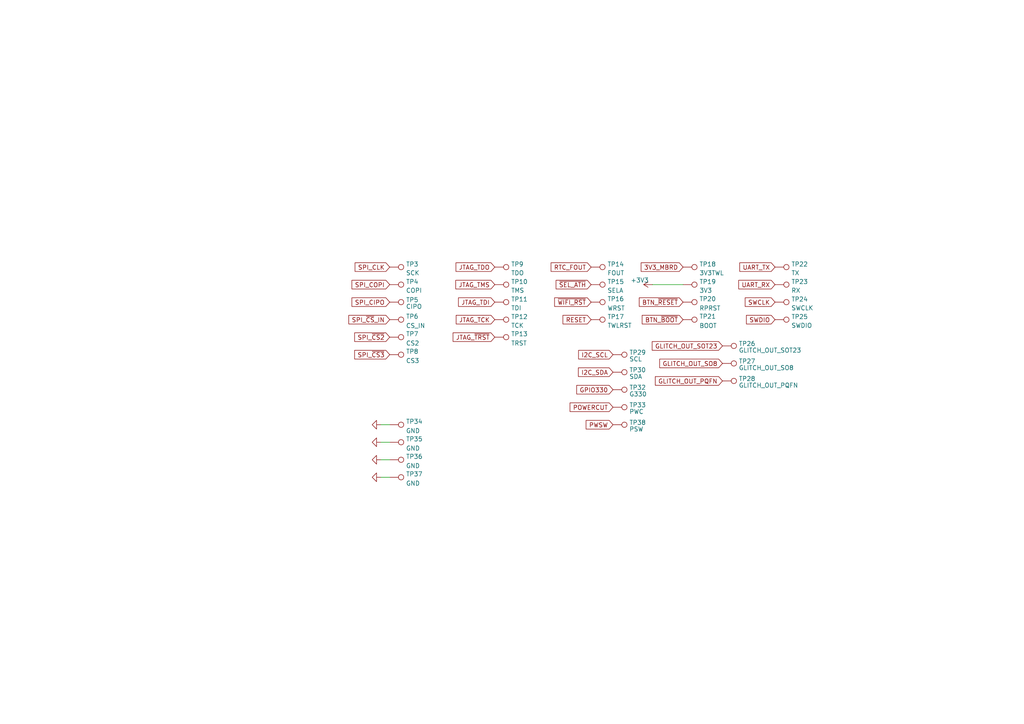
<source format=kicad_sch>
(kicad_sch (version 20231120) (generator "eeschema") (generator_version "8.0")
  (paper "A4")
  (lib_symbols
    (symbol "Connector:TestPoint" (pin_numbers hide) (pin_names (offset 0.762) hide)
      (property "Reference" "TP" (at 0 6.858 0))
      (property "Value" "TestPoint" (at 0 5.08 0))
      (symbol "TestPoint_0_1"
        (circle (center 0 3.302) (radius 0.762))
      )
      (symbol "TestPoint_1_1"
        (pin passive line (at 0 0 90) (length 2.54) (name "1") (number "1"))
      )
    )
    (symbol "power:+3V3" (power) (pin_numbers hide) (pin_names (offset 0) hide)
      (property "Value" "+3V3" (at 0 3.556 0))
      (symbol "+3V3_0_1"
        (polyline (pts (xy -0.762 1.27) (xy 0 2.54)))
        (polyline (pts (xy 0 0) (xy 0 2.54)))
        (polyline (pts (xy 0 2.54) (xy 0.762 1.27)))
      )
      (symbol "+3V3_1_1"
        (pin power_in line (at 0 0 90) (length 0) (name "~") (number "1"))
      )
    )
    (symbol "power:GND" (power) (pin_numbers hide) (pin_names (offset 0) hide)
      (property "Value" "GND" (at 0 -3.81 0))
      (symbol "GND_0_1"
        (polyline (pts (xy 0 0) (xy 0 -1.27) (xy 1.27 -1.27) (xy 0 -2.54) (xy -1.27 -1.27) (xy 0 -1.27)))
      )
      (symbol "GND_1_1"
        (pin power_in line (at 0 0 270) (length 0) (name "~") (number "1"))
      )
    )
  )
  (wire (pts (xy 110.49 138.43) (xy 113.03 138.43)))
  (wire (pts (xy 110.49 123.19) (xy 113.03 123.19)))
  (wire (pts (xy 110.49 128.27) (xy 113.03 128.27)))
  (wire (pts (xy 110.49 133.35) (xy 113.03 133.35)))
  (wire (pts (xy 189.23 82.55) (xy 198.12 82.55)))
  (global_label "JTAG_TDI" (shape input) (at 143.51 87.63 180) (property "Intersheetrefs" "${INTERSHEET_REFS}" (effects (hide yes))))
  (global_label "~{WIFI_RST}" (shape input) (at 171.45 87.63 180) (property "Intersheetrefs" "${INTERSHEET_REFS}" (effects (hide yes))))
  (global_label "SPI_~{CS}_IN" (shape input) (at 113.03 92.71 180) (property "Intersheetrefs" "${INTERSHEET_REFS}" (effects (hide yes))))
  (global_label "RTC_FOUT" (shape input) (at 171.45 77.47 180) (property "Intersheetrefs" "${INTERSHEET_REFS}" (effects (hide yes))))
  (global_label "SWDIO" (shape input) (at 224.79 92.71 180) (property "Intersheetrefs" "${INTERSHEET_REFS}" (effects (hide yes))))
  (global_label "RESET" (shape input) (at 171.45 92.71 180) (property "Intersheetrefs" "${INTERSHEET_REFS}" (effects (hide yes))))
  (global_label "JTAG_TMS" (shape input) (at 143.51 82.55 180) (property "Intersheetrefs" "${INTERSHEET_REFS}" (effects (hide yes))))
  (global_label "I2C_SDA" (shape input) (at 177.8 107.95 180) (property "Intersheetrefs" "${INTERSHEET_REFS}" (effects (hide yes))))
  (global_label "GLITCH_OUT_PQFN" (shape input) (at 209.55 110.49 180) (property "Intersheetrefs" "${INTERSHEET_REFS}" (effects (hide yes))))
  (global_label "~{SEL_ATH}" (shape input) (at 171.45 82.55 180) (property "Intersheetrefs" "${INTERSHEET_REFS}" (effects (hide yes))))
  (global_label "BTN_~{BOOT}" (shape input) (at 198.12 92.71 180) (property "Intersheetrefs" "${INTERSHEET_REFS}" (effects (hide yes))))
  (global_label "SPI_COPI" (shape input) (at 113.03 82.55 180) (property "Intersheetrefs" "${INTERSHEET_REFS}" (effects (hide yes))))
  (global_label "GLITCH_OUT_SO8" (shape input) (at 209.55 105.41 180) (property "Intersheetrefs" "${INTERSHEET_REFS}" (effects (hide yes))))
  (global_label "SPI_CLK" (shape input) (at 113.03 77.47 180) (property "Intersheetrefs" "${INTERSHEET_REFS}" (effects (hide yes))))
  (global_label "SPI_CIPO" (shape input) (at 113.03 87.63 180) (property "Intersheetrefs" "${INTERSHEET_REFS}" (effects (hide yes))))
  (global_label "I2C_SCL" (shape input) (at 177.8 102.87 180) (property "Intersheetrefs" "${INTERSHEET_REFS}" (effects (hide yes))))
  (global_label "JTAG_TCK" (shape input) (at 143.51 92.71 180) (property "Intersheetrefs" "${INTERSHEET_REFS}" (effects (hide yes))))
  (global_label "PWSW" (shape input) (at 177.8 123.19 180) (property "Intersheetrefs" "${INTERSHEET_REFS}" (effects (hide yes))))
  (global_label "POWERCUT" (shape input) (at 177.8 118.11 180) (property "Intersheetrefs" "${INTERSHEET_REFS}" (effects (hide yes))))
  (global_label "BTN_~{RESET}" (shape input) (at 198.12 87.63 180) (property "Intersheetrefs" "${INTERSHEET_REFS}" (effects (hide yes))))
  (global_label "JTAG_TDO" (shape input) (at 143.51 77.47 180) (property "Intersheetrefs" "${INTERSHEET_REFS}" (effects (hide yes))))
  (global_label "GPIO330" (shape input) (at 177.8 113.03 180) (property "Intersheetrefs" "${INTERSHEET_REFS}" (effects (hide yes))))
  (global_label "SPI_~{CS2}" (shape input) (at 113.03 97.79 180) (property "Intersheetrefs" "${INTERSHEET_REFS}" (effects (hide yes))))
  (global_label "SWCLK" (shape input) (at 224.79 87.63 180) (property "Intersheetrefs" "${INTERSHEET_REFS}" (effects (hide yes))))
  (global_label "SPI_~{CS3}" (shape input) (at 113.03 102.87 180) (property "Intersheetrefs" "${INTERSHEET_REFS}" (effects (hide yes))))
  (global_label "JTAG_~{TRST}" (shape input) (at 143.51 97.79 180) (property "Intersheetrefs" "${INTERSHEET_REFS}" (effects (hide yes))))
  (global_label "GLITCH_OUT_SOT23" (shape input) (at 209.55 100.33 180) (property "Intersheetrefs" "${INTERSHEET_REFS}" (effects (hide yes))))
  (global_label "UART_TX" (shape input) (at 224.79 77.47 180) (property "Intersheetrefs" "${INTERSHEET_REFS}" (effects (hide yes))))
  (global_label "3V3_MBRD" (shape input) (at 198.12 77.47 180) (property "Intersheetrefs" "${INTERSHEET_REFS}" (effects (hide yes))))
  (global_label "UART_RX" (shape input) (at 224.79 82.55 180) (property "Intersheetrefs" "${INTERSHEET_REFS}" (effects (hide yes))))
  (symbol (lib_id "power:GND") (at 110.49 128.27 270) (mirror x) (unit 1)
    (property "Reference" "#PWR040" (effects (hide yes)))
    (property "Value" "GND" (effects (hide yes)))
  )
  (symbol (lib_id "Connector:TestPoint") (at 198.12 87.63 270) (unit 1) (in_bom no)
    (property "Reference" "TP20" (at 202.819 86.6998 90) (effects (justify left)))
    (property "Value" "RPRST" (at 202.819 89.3907 90) (effects (justify left)))
    (property "Footprint" "footprints:TestPoint_Circular_D0.5" (effects (hide yes)))
  )
  (symbol (lib_id "Connector:TestPoint") (at 209.55 110.49 270) (unit 1) (in_bom no) (on_board no)
    (property "Reference" "TP28" (at 214.249 109.8463 90) (effects (justify left)))
    (property "Value" "GLITCH_OUT_PQFN" (at 214.249 111.7673 90) (effects (justify left)))
    (property "Footprint" "TestPoint:TestPoint_Pad_D1.0mm" (effects (hide yes)))
  )
  (symbol (lib_id "Connector:TestPoint") (at 113.03 133.35 270) (unit 1) (in_bom no)
    (property "Reference" "TP36" (at 117.729 132.4198 90) (effects (justify left)))
    (property "Value" "GND" (at 117.729 135.1107 90) (effects (justify left)))
    (property "Footprint" "footprints:TestPoint_Circular_D0.5" (effects (hide yes)))
  )
  (symbol (lib_id "Connector:TestPoint") (at 143.51 82.55 270) (unit 1) (in_bom no)
    (property "Reference" "TP10" (at 148.209 81.7153 90) (effects (justify left)))
    (property "Value" "TMS" (at 148.209 84.2522 90) (effects (justify left)))
    (property "Footprint" "footprints:TestPoint_Circular_D0.5" (effects (hide yes)))
  )
  (symbol (lib_id "Connector:TestPoint") (at 143.51 97.79 270) (unit 1) (in_bom no)
    (property "Reference" "TP13" (at 148.209 96.8598 90) (effects (justify left)))
    (property "Value" "TRST" (at 148.209 99.5507 90) (effects (justify left)))
    (property "Footprint" "footprints:TestPoint_Circular_D0.5" (effects (hide yes)))
  )
  (symbol (lib_id "Connector:TestPoint") (at 171.45 92.71 270) (unit 1) (in_bom no)
    (property "Reference" "TP17" (at 176.149 91.8753 90) (effects (justify left)))
    (property "Value" "TWLRST" (at 176.149 94.4122 90) (effects (justify left)))
    (property "Footprint" "footprints:TestPoint_Circular_D0.5" (effects (hide yes)))
  )
  (symbol (lib_id "Connector:TestPoint") (at 177.8 107.95 270) (unit 1) (in_bom no)
    (property "Reference" "TP30" (at 182.499 107.3063 90) (effects (justify left)))
    (property "Value" "SDA" (at 182.499 109.2273 90) (effects (justify left)))
    (property "Footprint" "footprints:TestPoint_Circular_D0.5" (effects (hide yes)))
  )
  (symbol (lib_id "power:GND") (at 110.49 138.43 270) (unit 1)
    (property "Reference" "#PWR042" (effects (hide yes)))
    (property "Value" "GND" (effects (hide yes)))
  )
  (symbol (lib_id "Connector:TestPoint") (at 113.03 123.19 270) (unit 1) (in_bom no)
    (property "Reference" "TP34" (at 117.729 122.2598 90) (effects (justify left)))
    (property "Value" "GND" (at 117.729 124.9507 90) (effects (justify left)))
    (property "Footprint" "footprints:TestPoint_Circular_D0.5" (effects (hide yes)))
  )
  (symbol (lib_id "Connector:TestPoint") (at 198.12 92.71 270) (unit 1) (in_bom no)
    (property "Reference" "TP21" (at 202.819 91.7798 90) (effects (justify left)))
    (property "Value" "BOOT" (at 202.819 94.4707 90) (effects (justify left)))
    (property "Footprint" "footprints:TestPoint_Circular_D0.5" (effects (hide yes)))
  )
  (symbol (lib_id "Connector:TestPoint") (at 113.03 77.47 270) (unit 1) (in_bom no)
    (property "Reference" "TP3" (at 117.729 76.6353 90) (effects (justify left)))
    (property "Value" "SCK" (at 117.729 79.1722 90) (effects (justify left)))
    (property "Footprint" "footprints:TestPoint_Circular_D0.5" (effects (hide yes)))
  )
  (symbol (lib_id "Connector:TestPoint") (at 113.03 82.55 270) (unit 1) (in_bom no)
    (property "Reference" "TP4" (at 117.729 81.7153 90) (effects (justify left)))
    (property "Value" "COPI" (at 117.729 84.2522 90) (effects (justify left)))
    (property "Footprint" "footprints:TestPoint_Circular_D0.5" (effects (hide yes)))
  )
  (symbol (lib_id "Connector:TestPoint") (at 143.51 92.71 270) (unit 1) (in_bom no)
    (property "Reference" "TP12" (at 148.209 91.8753 90) (effects (justify left)))
    (property "Value" "TCK" (at 148.209 94.4122 90) (effects (justify left)))
    (property "Footprint" "footprints:TestPoint_Circular_D0.5" (effects (hide yes)))
  )
  (symbol (lib_id "Connector:TestPoint") (at 113.03 87.63 270) (unit 1) (in_bom no)
    (property "Reference" "TP5" (at 117.729 86.9863 90) (effects (justify left)))
    (property "Value" "CIPO" (at 117.729 88.9073 90) (effects (justify left)))
    (property "Footprint" "footprints:TestPoint_Circular_D0.5" (effects (hide yes)))
  )
  (symbol (lib_id "Connector:TestPoint") (at 177.8 118.11 270) (unit 1) (in_bom no)
    (property "Reference" "TP33" (at 182.499 117.4663 90) (effects (justify left)))
    (property "Value" "PWC" (at 182.499 119.3873 90) (effects (justify left)))
    (property "Footprint" "footprints:TestPoint_Circular_D0.5" (effects (hide yes)))
  )
  (symbol (lib_id "power:GND") (at 110.49 123.19 270) (mirror x) (unit 1)
    (property "Reference" "#PWR039" (effects (hide yes)))
    (property "Value" "GND" (effects (hide yes)))
  )
  (symbol (lib_id "Connector:TestPoint") (at 113.03 128.27 270) (unit 1) (in_bom no)
    (property "Reference" "TP35" (at 117.729 127.3398 90) (effects (justify left)))
    (property "Value" "GND" (at 117.729 130.0307 90) (effects (justify left)))
    (property "Footprint" "footprints:TestPoint_Circular_D0.5" (effects (hide yes)))
  )
  (symbol (lib_id "Connector:TestPoint") (at 224.79 82.55 270) (unit 1) (in_bom no)
    (property "Reference" "TP23" (at 229.489 81.7153 90) (effects (justify left)))
    (property "Value" "RX" (at 229.489 84.2522 90) (effects (justify left)))
    (property "Footprint" "footprints:TestPoint_Circular_D0.5" (effects (hide yes)))
  )
  (symbol (lib_id "Connector:TestPoint") (at 171.45 82.55 270) (unit 1) (in_bom no)
    (property "Reference" "TP15" (at 176.149 81.7153 90) (effects (justify left)))
    (property "Value" "SELA" (at 176.149 84.2522 90) (effects (justify left)))
    (property "Footprint" "footprints:TestPoint_Circular_D0.5" (effects (hide yes)))
  )
  (symbol (lib_id "Connector:TestPoint") (at 177.8 102.87 270) (unit 1) (in_bom no)
    (property "Reference" "TP29" (at 182.499 102.2263 90) (effects (justify left)))
    (property "Value" "SCL" (at 182.499 104.1473 90) (effects (justify left)))
    (property "Footprint" "footprints:TestPoint_Circular_D0.5" (effects (hide yes)))
  )
  (symbol (lib_id "Connector:TestPoint") (at 177.8 113.03 270) (unit 1) (in_bom no)
    (property "Reference" "TP32" (at 182.499 112.3863 90) (effects (justify left)))
    (property "Value" "G330" (at 182.499 114.3073 90) (effects (justify left)))
    (property "Footprint" "footprints:TestPoint_Circular_D0.5" (effects (hide yes)))
  )
  (symbol (lib_id "Connector:TestPoint") (at 113.03 92.71 270) (unit 1) (in_bom no)
    (property "Reference" "TP6" (at 117.729 91.7798 90) (effects (justify left)))
    (property "Value" "CS_IN" (at 117.729 94.4707 90) (effects (justify left)))
    (property "Footprint" "footprints:TestPoint_Circular_D0.5" (effects (hide yes)))
  )
  (symbol (lib_id "Connector:TestPoint") (at 171.45 77.47 270) (unit 1) (in_bom no)
    (property "Reference" "TP14" (at 176.149 76.6353 90) (effects (justify left)))
    (property "Value" "FOUT" (at 176.149 79.1722 90) (effects (justify left)))
    (property "Footprint" "footprints:TestPoint_Circular_D0.5" (effects (hide yes)))
  )
  (symbol (lib_id "Connector:TestPoint") (at 113.03 138.43 270) (unit 1) (in_bom no)
    (property "Reference" "TP37" (at 117.729 137.4998 90) (effects (justify left)))
    (property "Value" "GND" (at 117.729 140.1907 90) (effects (justify left)))
    (property "Footprint" "footprints:TestPoint_Circular_D0.5" (effects (hide yes)))
  )
  (symbol (lib_id "Connector:TestPoint") (at 209.55 100.33 270) (unit 1) (in_bom no) (on_board no)
    (property "Reference" "TP26" (at 214.249 99.6863 90) (effects (justify left)))
    (property "Value" "GLITCH_OUT_SOT23" (at 214.249 101.6073 90) (effects (justify left)))
    (property "Footprint" "TestPoint:TestPoint_Pad_D1.0mm" (effects (hide yes)))
  )
  (symbol (lib_id "Connector:TestPoint") (at 209.55 105.41 270) (unit 1) (in_bom no) (on_board no)
    (property "Reference" "TP27" (at 214.249 104.7663 90) (effects (justify left)))
    (property "Value" "GLITCH_OUT_SO8" (at 214.249 106.6873 90) (effects (justify left)))
    (property "Footprint" "TestPoint:TestPoint_Pad_D1.0mm" (effects (hide yes)))
  )
  (symbol (lib_id "Connector:TestPoint") (at 198.12 77.47 270) (unit 1) (in_bom no)
    (property "Reference" "TP18" (at 202.819 76.6353 90) (effects (justify left)))
    (property "Value" "3V3TWL" (at 202.819 79.1722 90) (effects (justify left)))
    (property "Footprint" "footprints:TestPoint_Circular_D0.5" (effects (hide yes)))
  )
  (symbol (lib_id "Connector:TestPoint") (at 198.12 82.55 270) (unit 1) (in_bom no)
    (property "Reference" "TP19" (at 202.819 81.7153 90) (effects (justify left)))
    (property "Value" "3V3" (at 202.819 84.2522 90) (effects (justify left)))
    (property "Footprint" "footprints:TestPoint_Circular_D0.5" (effects (hide yes)))
  )
  (symbol (lib_id "power:+3V3") (at 189.23 82.55 90) (unit 1)
    (property "Reference" "#PWR038" (effects (hide yes)))
    (property "Value" "+3V3" (at 182.88 81.28 90) (effects (justify right)))
  )
  (symbol (lib_id "Connector:TestPoint") (at 224.79 92.71 270) (unit 1) (in_bom no)
    (property "Reference" "TP25" (at 229.489 91.8753 90) (effects (justify left)))
    (property "Value" "SWDIO" (at 229.489 94.4122 90) (effects (justify left)))
    (property "Footprint" "footprints:TestPoint_Circular_D0.5" (effects (hide yes)))
  )
  (symbol (lib_id "Connector:TestPoint") (at 143.51 87.63 270) (unit 1) (in_bom no)
    (property "Reference" "TP11" (at 148.209 86.7953 90) (effects (justify left)))
    (property "Value" "TDI" (at 148.209 89.3322 90) (effects (justify left)))
    (property "Footprint" "footprints:TestPoint_Circular_D0.5" (effects (hide yes)))
  )
  (symbol (lib_id "Connector:TestPoint") (at 113.03 97.79 270) (unit 1) (in_bom no)
    (property "Reference" "TP7" (at 117.729 96.8598 90) (effects (justify left)))
    (property "Value" "CS2" (at 117.729 99.5507 90) (effects (justify left)))
    (property "Footprint" "footprints:TestPoint_Circular_D0.5" (effects (hide yes)))
  )
  (symbol (lib_id "Connector:TestPoint") (at 177.8 123.19 270) (unit 1) (in_bom no)
    (property "Reference" "TP38" (at 182.499 122.5463 90) (effects (justify left)))
    (property "Value" "PSW" (at 182.499 124.4673 90) (effects (justify left)))
    (property "Footprint" "footprints:TestPoint_Circular_D0.5" (effects (hide yes)))
  )
  (symbol (lib_id "Connector:TestPoint") (at 171.45 87.63 270) (unit 1) (in_bom no)
    (property "Reference" "TP16" (at 176.149 86.6998 90) (effects (justify left)))
    (property "Value" "WRST" (at 176.149 89.3907 90) (effects (justify left)))
    (property "Footprint" "footprints:TestPoint_Circular_D0.5" (effects (hide yes)))
  )
  (symbol (lib_id "Connector:TestPoint") (at 143.51 77.47 270) (unit 1) (in_bom no)
    (property "Reference" "TP9" (at 148.209 76.6353 90) (effects (justify left)))
    (property "Value" "TDO" (at 148.209 79.1722 90) (effects (justify left)))
    (property "Footprint" "footprints:TestPoint_Circular_D0.5" (effects (hide yes)))
  )
  (symbol (lib_id "power:GND") (at 110.49 133.35 270) (unit 1)
    (property "Reference" "#PWR041" (effects (hide yes)))
    (property "Value" "GND" (effects (hide yes)))
  )
  (symbol (lib_id "Connector:TestPoint") (at 224.79 77.47 270) (unit 1) (in_bom no)
    (property "Reference" "TP22" (at 229.489 76.6353 90) (effects (justify left)))
    (property "Value" "TX" (at 229.489 79.1722 90) (effects (justify left)))
    (property "Footprint" "footprints:TestPoint_Circular_D0.5" (effects (hide yes)))
  )
  (symbol (lib_id "Connector:TestPoint") (at 224.79 87.63 270) (unit 1) (in_bom no)
    (property "Reference" "TP24" (at 229.489 86.7953 90) (effects (justify left)))
    (property "Value" "SWCLK" (at 229.489 89.3322 90) (effects (justify left)))
    (property "Footprint" "footprints:TestPoint_Circular_D0.5" (effects (hide yes)))
  )
  (symbol (lib_id "Connector:TestPoint") (at 113.03 102.87 270) (unit 1) (in_bom no)
    (property "Reference" "TP8" (at 117.729 101.9398 90) (effects (justify left)))
    (property "Value" "CS3" (at 117.729 104.6307 90) (effects (justify left)))
    (property "Footprint" "footprints:TestPoint_Circular_D0.5" (effects (hide yes)))
  )
)
</source>
